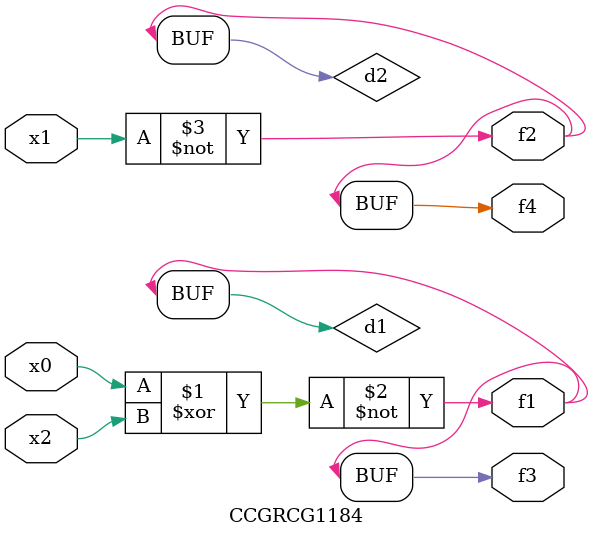
<source format=v>
module CCGRCG1184(
	input x0, x1, x2,
	output f1, f2, f3, f4
);

	wire d1, d2, d3;

	xnor (d1, x0, x2);
	nand (d2, x1);
	nor (d3, x1, x2);
	assign f1 = d1;
	assign f2 = d2;
	assign f3 = d1;
	assign f4 = d2;
endmodule

</source>
